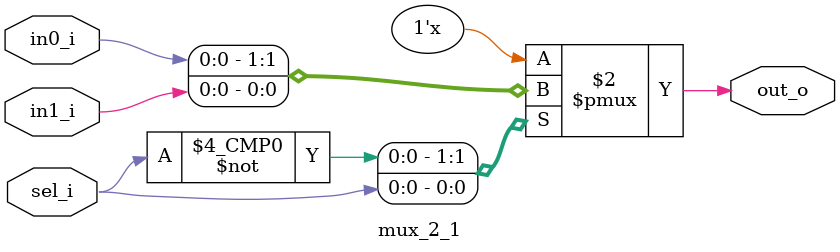
<source format=v>
`timescale 1ns / 1ps

module mux_2_1(
    input in0_i,
    input in1_i,
    input sel_i,
    output reg out_o);
    
    always @(*) begin
        case(sel_i)
            1'b0: out_o = in0_i;
            1'b1: out_o = in1_i;
        endcase
    
    
    end
    
    
    endmodule
</source>
